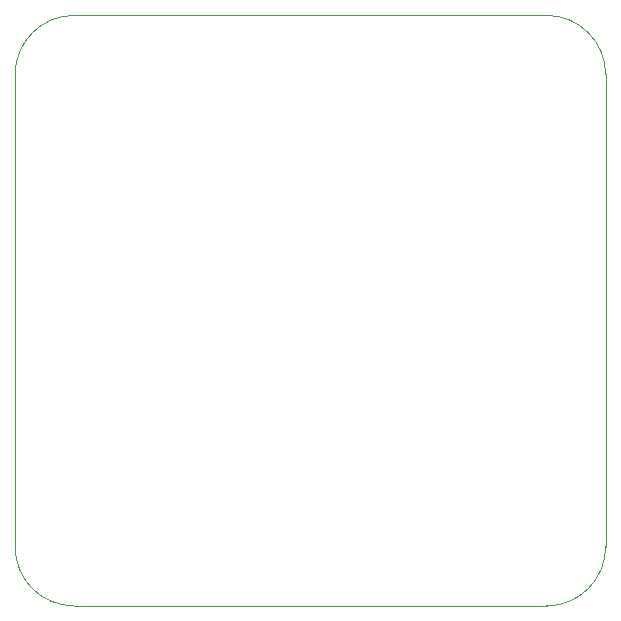
<source format=gbr>
%TF.GenerationSoftware,KiCad,Pcbnew,(5.1.8-0-10_14)*%
%TF.CreationDate,2021-03-06T23:06:48+08:00*%
%TF.ProjectId,upper_board,75707065-725f-4626-9f61-72642e6b6963,v0.1.3*%
%TF.SameCoordinates,Original*%
%TF.FileFunction,Profile,NP*%
%FSLAX46Y46*%
G04 Gerber Fmt 4.6, Leading zero omitted, Abs format (unit mm)*
G04 Created by KiCad (PCBNEW (5.1.8-0-10_14)) date 2021-03-06 23:06:48*
%MOMM*%
%LPD*%
G01*
G04 APERTURE LIST*
%TA.AperFunction,Profile*%
%ADD10C,0.050000*%
%TD*%
G04 APERTURE END LIST*
D10*
X115000000Y-105000000D02*
G75*
G03*
X120000000Y-110000000I5000000J0D01*
G01*
X160000000Y-110000000D02*
G75*
G03*
X165000000Y-105000000I0J5000000D01*
G01*
X165000000Y-65000000D02*
G75*
G03*
X160000000Y-60000000I-5000000J0D01*
G01*
X120000000Y-60000000D02*
G75*
G03*
X115000000Y-65000000I0J-5000000D01*
G01*
X120000000Y-60000000D02*
X160000000Y-60000000D01*
X165000000Y-65000000D02*
X165000000Y-105000000D01*
X120000000Y-110000000D02*
X160000000Y-110000000D01*
X115000000Y-65000000D02*
X115000000Y-105000000D01*
M02*

</source>
